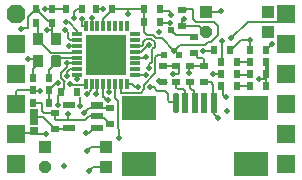
<source format=gbr>
G04 Layer_Physical_Order=1*
G04 Layer_Color=255*
%FSLAX44Y44*%
%MOMM*%
G71*
G01*
G75*
%ADD10R,0.9000X1.0000*%
G04:AMPARAMS|DCode=11|XSize=1mm|YSize=0.9mm|CornerRadius=0.225mm|HoleSize=0mm|Usage=FLASHONLY|Rotation=90.000|XOffset=0mm|YOffset=0mm|HoleType=Round|Shape=RoundedRectangle|*
%AMROUNDEDRECTD11*
21,1,1.0000,0.4500,0,0,90.0*
21,1,0.5500,0.9000,0,0,90.0*
1,1,0.4500,0.2250,0.2750*
1,1,0.4500,0.2250,-0.2750*
1,1,0.4500,-0.2250,-0.2750*
1,1,0.4500,-0.2250,0.2750*
%
%ADD11ROUNDEDRECTD11*%
%ADD12R,0.8000X0.7000*%
%ADD13R,0.8000X1.3500*%
%ADD14R,3.0000X2.0000*%
G04:AMPARAMS|DCode=15|XSize=0.5mm|YSize=1.7mm|CornerRadius=0mm|HoleSize=0mm|Usage=FLASHONLY|Rotation=180.000|XOffset=0mm|YOffset=0mm|HoleType=Round|Shape=Octagon|*
%AMOCTAGOND15*
4,1,8,0.1250,-0.8500,-0.1250,-0.8500,-0.2500,-0.7250,-0.2500,0.7250,-0.1250,0.8500,0.1250,0.8500,0.2500,0.7250,0.2500,-0.7250,0.1250,-0.8500,0.0*
%
%ADD15OCTAGOND15*%

%ADD16R,0.5000X1.7000*%
%ADD17R,1.0000X1.0000*%
G04:AMPARAMS|DCode=18|XSize=1mm|YSize=1mm|CornerRadius=0mm|HoleSize=0mm|Usage=FLASHONLY|Rotation=90.000|XOffset=0mm|YOffset=0mm|HoleType=Round|Shape=Octagon|*
%AMOCTAGOND18*
4,1,8,0.2500,0.5000,-0.2500,0.5000,-0.5000,0.2500,-0.5000,-0.2500,-0.2500,-0.5000,0.2500,-0.5000,0.5000,-0.2500,0.5000,0.2500,0.2500,0.5000,0.0*
%
%ADD18OCTAGOND18*%

%ADD19R,1.0000X0.6000*%
%ADD20R,0.6000X0.8000*%
%ADD21R,3.4000X3.4000*%
G04:AMPARAMS|DCode=22|XSize=0.3mm|YSize=0.9mm|CornerRadius=0.075mm|HoleSize=0mm|Usage=FLASHONLY|Rotation=0.000|XOffset=0mm|YOffset=0mm|HoleType=Round|Shape=RoundedRectangle|*
%AMROUNDEDRECTD22*
21,1,0.3000,0.7500,0,0,0.0*
21,1,0.1500,0.9000,0,0,0.0*
1,1,0.1500,0.0750,-0.3750*
1,1,0.1500,-0.0750,-0.3750*
1,1,0.1500,-0.0750,0.3750*
1,1,0.1500,0.0750,0.3750*
%
%ADD22ROUNDEDRECTD22*%
G04:AMPARAMS|DCode=23|XSize=0.3mm|YSize=0.9mm|CornerRadius=0.075mm|HoleSize=0mm|Usage=FLASHONLY|Rotation=270.000|XOffset=0mm|YOffset=0mm|HoleType=Round|Shape=RoundedRectangle|*
%AMROUNDEDRECTD23*
21,1,0.3000,0.7500,0,0,270.0*
21,1,0.1500,0.9000,0,0,270.0*
1,1,0.1500,-0.3750,-0.0750*
1,1,0.1500,-0.3750,0.0750*
1,1,0.1500,0.3750,0.0750*
1,1,0.1500,0.3750,-0.0750*
%
%ADD23ROUNDEDRECTD23*%
%ADD24R,0.5000X0.5000*%
%ADD25R,0.8000X0.6000*%
%ADD26C,0.2000*%
%ADD27C,0.1500*%
G04:AMPARAMS|DCode=28|XSize=1.5mm|YSize=1.5mm|CornerRadius=0mm|HoleSize=0mm|Usage=FLASHONLY|Rotation=180.000|XOffset=0mm|YOffset=0mm|HoleType=Round|Shape=Octagon|*
%AMOCTAGOND28*
4,1,8,-0.7500,0.3750,-0.7500,-0.3750,-0.3750,-0.7500,0.3750,-0.7500,0.7500,-0.3750,0.7500,0.3750,0.3750,0.7500,-0.3750,0.7500,-0.7500,0.3750,0.0*
%
%ADD28OCTAGOND28*%

%ADD29R,1.5000X1.5000*%
%ADD30C,0.5000*%
%ADD31C,1.2000*%
D10*
X18250Y87750D02*
D03*
Y106250D02*
D03*
X33750D02*
D03*
D11*
Y87750D02*
D03*
D12*
X15000Y28125D02*
D03*
D13*
Y39875D02*
D03*
D14*
X103900Y500D02*
D03*
X198600D02*
D03*
Y48000D02*
D03*
X103900D02*
D03*
D15*
X135250Y52000D02*
D03*
D16*
X143250D02*
D03*
X151250D02*
D03*
X159250D02*
D03*
X167250D02*
D03*
D17*
X213000Y112250D02*
D03*
Y129250D02*
D03*
X161000D02*
D03*
X24250Y15000D02*
D03*
X76250D02*
D03*
Y-2000D02*
D03*
D18*
X161000Y112250D02*
D03*
X24250Y-2000D02*
D03*
D19*
X44750Y50250D02*
D03*
X68750D02*
D03*
Y40750D02*
D03*
Y31250D02*
D03*
X44750D02*
D03*
D20*
X186803Y86499D02*
D03*
X173341D02*
D03*
Y76499D02*
D03*
X186803D02*
D03*
X173391Y66249D02*
D03*
X186853D02*
D03*
X16946Y131650D02*
D03*
X30408D02*
D03*
X81354Y131750D02*
D03*
X67892D02*
D03*
X51858Y61000D02*
D03*
X38396D02*
D03*
X17146Y119500D02*
D03*
X30608D02*
D03*
X14142Y73500D02*
D03*
X27604D02*
D03*
X198396Y96750D02*
D03*
X211858D02*
D03*
X167892D02*
D03*
X181354D02*
D03*
X42646Y131750D02*
D03*
X56108D02*
D03*
X211858Y66250D02*
D03*
X198396D02*
D03*
X121804Y132000D02*
D03*
X108342D02*
D03*
X108392Y120250D02*
D03*
X121854D02*
D03*
X198396Y76500D02*
D03*
X211858D02*
D03*
X211808Y86500D02*
D03*
X198346D02*
D03*
X14096Y62750D02*
D03*
X27558D02*
D03*
X14142Y52250D02*
D03*
X27604D02*
D03*
D21*
X76450Y93000D02*
D03*
D22*
X58950Y117500D02*
D03*
X63950D02*
D03*
X68950D02*
D03*
X73950D02*
D03*
X78950D02*
D03*
X83950D02*
D03*
X88950D02*
D03*
X93950D02*
D03*
Y68500D02*
D03*
X88950D02*
D03*
X83950D02*
D03*
X78950D02*
D03*
X73950D02*
D03*
X68950D02*
D03*
X63950D02*
D03*
X58950D02*
D03*
D23*
X100950Y110500D02*
D03*
Y105500D02*
D03*
Y100500D02*
D03*
Y95500D02*
D03*
Y90500D02*
D03*
Y85500D02*
D03*
Y80500D02*
D03*
Y75500D02*
D03*
X51950D02*
D03*
Y80500D02*
D03*
Y85500D02*
D03*
Y90500D02*
D03*
Y95500D02*
D03*
Y100500D02*
D03*
Y105500D02*
D03*
Y110500D02*
D03*
D24*
X137854Y92578D02*
D03*
X124900D02*
D03*
X131250Y113660D02*
D03*
D25*
X124500Y83104D02*
D03*
Y69642D02*
D03*
X158750D02*
D03*
Y83104D02*
D03*
X79700Y34146D02*
D03*
Y47608D02*
D03*
X33000Y29892D02*
D03*
Y43354D02*
D03*
X140750Y130858D02*
D03*
Y117396D02*
D03*
X147250Y69646D02*
D03*
Y83108D02*
D03*
X150250Y94392D02*
D03*
Y107854D02*
D03*
X135700Y69646D02*
D03*
Y83108D02*
D03*
D26*
X158200Y83104D02*
Y83104D01*
X150250Y94392D02*
X154105Y90537D01*
X157496D01*
X158750Y89283D01*
Y83104D02*
Y89283D01*
X61950Y-5500D02*
X65450Y-2000D01*
X76250D01*
X60125Y11625D02*
X60125D01*
X60000Y11750D02*
X60125Y11625D01*
X60000Y11500D02*
X63500Y15000D01*
X76250D01*
X152500Y120750D02*
X167750D01*
X165250Y103500D02*
X171250Y109500D01*
Y117250D01*
X167750Y120750D02*
X171250Y117250D01*
X6492Y26892D02*
X16108D01*
X0Y20400D02*
X6492Y26892D01*
X4500Y114250D02*
Y114500D01*
X5500Y115500D01*
X9750D01*
X95000Y131750D02*
X108092D01*
X82354D02*
X95000D01*
X74604Y124000D02*
X82354Y131750D01*
X95000Y127250D02*
Y131750D01*
X55450Y117700D02*
Y123500D01*
X63983Y120069D02*
Y123750D01*
X44502Y120756D02*
X51950Y113308D01*
X42502Y120756D02*
X44502D01*
X51950Y110500D02*
Y113308D01*
X108342Y112086D02*
Y130000D01*
X107342Y131000D02*
X108342Y130000D01*
X81354Y131750D02*
X82354D01*
X108092D02*
X108342Y132000D01*
X133950Y96182D02*
Y96182D01*
X133816Y96316D02*
X133950Y96182D01*
X38396Y61000D02*
X41000Y63604D01*
Y69750D01*
X35500Y50500D02*
Y58104D01*
X38396Y61000D01*
X56750Y68179D02*
Y68500D01*
X56075Y67503D02*
X57954D01*
X45935Y67814D02*
X46246Y67503D01*
X46554D02*
X56075D01*
X46246D02*
X46554D01*
X57954D02*
X58950Y68500D01*
X46089Y67968D02*
X46554Y67503D01*
X23038Y39854D02*
X33000Y29892D01*
X22196Y39854D02*
X23038D01*
X22175Y39875D02*
X22196Y39854D01*
X15000Y39875D02*
X22175D01*
X43892Y29892D02*
X44250Y30250D01*
X33000Y29892D02*
X43892D01*
X22104Y47750D02*
Y50896D01*
X22000Y45000D02*
X23646Y43354D01*
X22000Y45000D02*
Y47750D01*
X23646Y43354D02*
X33000D01*
X44250Y37397D02*
X44397Y37250D01*
X44250D02*
X44397D01*
X33000Y38250D02*
Y43354D01*
X34000Y37250D02*
X44250D01*
X33000Y38250D02*
X34000Y37250D01*
X68700Y39000D02*
X74846D01*
X61821Y40750D02*
X68500D01*
Y40750D02*
X68750D01*
X44397Y37250D02*
X58321D01*
X61821Y40750D01*
X44250Y37397D02*
Y43000D01*
X51753Y72503D02*
Y75288D01*
X51750Y75290D02*
X51753Y75288D01*
X51750Y75290D02*
X51753Y75293D01*
X51750Y75295D02*
X51753Y75293D01*
X27558Y62750D02*
X33811Y69003D01*
X38250Y73076D02*
Y77815D01*
Y73076D02*
X40252Y71074D01*
Y70677D02*
Y71074D01*
Y70677D02*
X41090Y69840D01*
X33811Y69003D02*
X35252D01*
X16108Y26892D02*
X17000Y26000D01*
X15000Y28000D02*
X16108Y26892D01*
X17000Y26000D02*
X25000D01*
X86200Y30500D02*
Y53786D01*
X86250Y30500D02*
X87500Y29250D01*
Y22500D02*
Y29250D01*
X161000Y111250D02*
X161500D01*
X155000Y117250D02*
X161000Y111250D01*
X140750Y117396D02*
Y122000D01*
Y116500D02*
Y117396D01*
X140896Y117250D02*
X155000D01*
X140750Y117396D02*
X140896Y117250D01*
X198146Y105587D02*
Y105646D01*
Y96250D02*
Y105587D01*
Y105646D02*
X198250Y105750D01*
X181000Y96000D02*
Y96250D01*
X216750Y102255D02*
X217011D01*
X211608Y97108D02*
X216750Y102250D01*
X211608Y96250D02*
Y97108D01*
X18842Y85842D02*
Y86658D01*
X16500Y89000D02*
X18842Y86658D01*
Y85842D02*
X19250Y86250D01*
X14142Y81142D02*
X18842Y85842D01*
X14142Y73500D02*
Y81142D01*
X51750Y75300D02*
X51753Y75298D01*
X51750Y75295D02*
X51753Y75298D01*
X211750Y76500D02*
Y86442D01*
X212950Y76550D02*
Y86500D01*
X211858Y66250D02*
Y76500D01*
Y65608D02*
Y66250D01*
X211500Y65250D02*
X211858Y65608D01*
X205750Y72000D02*
X211500D01*
X211750Y86442D02*
X211808Y86500D01*
X197251Y66249D02*
X197500Y66000D01*
X186853Y66249D02*
X197251D01*
X69717Y131500D02*
X73750D01*
X69460Y131757D02*
X69717Y131500D01*
X14142Y52250D02*
X20750D01*
X22104Y50896D01*
X146250Y77250D02*
Y85044D01*
X146257Y85051D01*
X27179Y121500D02*
X30808D01*
X19250Y129429D02*
X27179Y121500D01*
X19250Y129429D02*
Y130500D01*
X17523Y132227D02*
X19250Y130500D01*
X132507Y76754D02*
X137246D01*
X120972Y70753D02*
X121006D01*
X149750Y123500D02*
Y131000D01*
X148750Y132000D02*
X149750Y131000D01*
X140750Y132000D02*
X148750D01*
X119861Y69642D02*
X120972Y70753D01*
X119861Y69642D02*
X127450D01*
X148200Y83108D02*
X158196D01*
X146257Y85051D02*
X148200Y83108D01*
X127454D02*
X137700D01*
X63503Y118055D02*
X64004Y117554D01*
X133816Y96316D02*
X138750Y101250D01*
X48750Y123750D02*
Y128750D01*
X83950Y56036D02*
Y68500D01*
Y56036D02*
X86200Y53786D01*
X54500Y50000D02*
Y57500D01*
X53753Y49252D02*
X54500Y50000D01*
X78754Y61503D02*
Y68304D01*
X74846Y39000D02*
X79700Y34146D01*
X138750Y101250D02*
X160164D01*
X16386Y131650D02*
X16666Y131370D01*
X16946Y131650D02*
Y132200D01*
X15804Y131650D02*
X16386D01*
X48750Y128750D02*
X51750Y131750D01*
X57250D01*
X69453D02*
X69460Y131757D01*
X73950Y123346D02*
X74604Y124000D01*
X74500D02*
X74604D01*
X69000Y132203D02*
X69453Y131750D01*
X140750Y116000D02*
Y116500D01*
Y122000D02*
X142250Y123500D01*
X141769Y130982D02*
X143892D01*
X133816Y96316D02*
X133816D01*
X123382Y106750D02*
X133816Y96316D01*
X78754Y68304D02*
X78950Y68500D01*
X115924Y109505D02*
X118679Y106750D01*
X110923Y109505D02*
X115924D01*
X108342Y112086D02*
X110923Y109505D01*
X118679Y106750D02*
X123382D01*
X173500Y129500D02*
X173750Y129750D01*
X158950Y129500D02*
X173500D01*
X60000Y11500D02*
Y11750D01*
X27558Y52504D02*
Y62750D01*
X158196Y83108D02*
X158200Y83104D01*
X51750Y75300D02*
X51950Y75500D01*
X30622Y108878D02*
Y114000D01*
X25950Y114250D02*
X26200Y114000D01*
X30622D01*
Y108878D02*
X34200Y105300D01*
X186804Y86500D02*
X186804Y86500D01*
X198346D01*
X186804Y75500D02*
X198450D01*
X88950Y117500D02*
X88950Y117500D01*
X43200Y85500D02*
X51950D01*
X30622Y114000D02*
Y121500D01*
X43200Y82765D02*
Y85500D01*
X63950Y117500D02*
X64004Y117554D01*
X127450Y83104D02*
X127454Y83108D01*
X137246Y76754D02*
X137700Y77207D01*
Y83108D01*
X55650Y117500D02*
X58950D01*
X55450Y117700D02*
X55650Y117500D01*
X73950D02*
Y123346D01*
X158200Y69642D02*
X164796D01*
X166950Y67488D01*
X38250Y77815D02*
X43200Y82765D01*
X168000Y42370D02*
X170812Y39558D01*
X168000Y42370D02*
Y54250D01*
X166950D02*
Y67488D01*
X10000Y89000D02*
X16500D01*
X160164Y101250D02*
X162414Y103500D01*
X181000Y96250D02*
X190337Y105587D01*
X198146D01*
X149750Y123500D02*
X152500Y120750D01*
X10500Y125204D02*
X17523Y132227D01*
X9750Y115500D02*
X10500Y116250D01*
Y125204D01*
X162414Y103500D02*
X165250D01*
D27*
X118000Y90750D02*
X119828Y92578D01*
X124900D01*
X118000Y77083D02*
Y90750D01*
X108195Y67278D02*
X118000Y77083D01*
X150788Y53462D02*
Y62000D01*
X149538Y63250D02*
X150788Y62000D01*
X149000Y63250D02*
X149538D01*
X136750Y64000D02*
X141750D01*
X135700Y65050D02*
Y69646D01*
X143250Y52000D02*
Y62500D01*
X141750Y64000D02*
X143250Y62500D01*
X135700Y65050D02*
X136750Y64000D01*
X147250Y65000D02*
X149000Y63250D01*
X147250Y65000D02*
Y69646D01*
X1000Y62750D02*
X14096D01*
X0Y50800D02*
Y61750D01*
X1000Y62750D01*
X196000Y121000D02*
X222600D01*
X228600Y127000D01*
X41700Y114250D02*
X44200Y111750D01*
Y106750D02*
Y111750D01*
X24400Y131650D02*
X30408D01*
X42546D01*
X42646Y131750D01*
X66500Y31250D02*
X68750D01*
X62000Y26750D02*
X66500Y31250D01*
X59000Y26750D02*
X62000D01*
X43450Y74947D02*
Y78018D01*
X43250Y78218D02*
X43450Y78018D01*
X63725Y68275D02*
X63950Y68500D01*
X61000Y60000D02*
X63750Y62750D01*
Y68250D01*
X59858Y60000D02*
X61000D01*
X74254Y56753D02*
X76003Y55003D01*
X77754D01*
X32304Y84304D02*
Y84904D01*
X34200Y86800D02*
X37900Y90500D01*
X32304Y84304D02*
X34750Y86750D01*
X27604Y79604D02*
X32304Y84304D01*
X27604Y73500D02*
Y79604D01*
X129500Y130000D02*
X131506Y127994D01*
Y126756D02*
Y127994D01*
X108195Y63570D02*
Y67278D01*
X105413Y60788D02*
X108195Y63570D01*
X88962Y60788D02*
X105413D01*
X112892Y81500D02*
Y84892D01*
X109250Y90500D02*
X109750Y91000D01*
X116565Y65253D02*
X119568Y62250D01*
X113256Y65253D02*
X116565D01*
X126260Y62250D02*
X128593Y59917D01*
X119568Y62250D02*
X126260D01*
X100950Y75500D02*
X109700D01*
X100712Y65538D02*
X103445D01*
X97750Y68500D02*
X100712Y65538D01*
X88950Y60800D02*
X88962Y60788D01*
X121804Y120500D02*
X123250D01*
X68950Y60003D02*
Y68500D01*
X166250Y96250D02*
X166500Y96000D01*
X166750Y76500D02*
X172342D01*
X61608Y47608D02*
X79700D01*
X121804Y130000D02*
X129500D01*
X74003Y57003D02*
X74254Y56753D01*
X88950Y60800D02*
Y68500D01*
X74254Y56753D02*
X74256Y56750D01*
X74003Y57003D02*
Y64721D01*
X73879Y64846D02*
X74003Y64721D01*
X73879Y64846D02*
Y68429D01*
X123340Y120160D02*
X130148D01*
X123250Y120250D02*
X123340Y120160D01*
X158500Y96250D02*
X166250D01*
X24250Y131500D02*
X24400Y131650D01*
X44502Y100255D02*
X44747Y100500D01*
X29250Y94750D02*
X51200D01*
X18700Y105300D02*
X29250Y94750D01*
X51200D02*
X51950Y95500D01*
X44747Y100500D02*
X51950D01*
X132450Y112160D02*
X134180Y110430D01*
X134250Y110500D02*
X135500Y109250D01*
X150250D01*
X172342Y76500D02*
X172500Y76342D01*
X73879Y68429D02*
X73950Y68500D01*
X117312Y99844D02*
Y103521D01*
X110288Y106255D02*
X114578D01*
X117312Y103521D01*
X100950Y100500D02*
X106572D01*
X107506Y101434D01*
Y103473D01*
X110288Y106255D01*
X115000Y97532D02*
X117312Y99844D01*
X112113Y101505D02*
X112255D01*
X106108Y95500D02*
X112113Y101505D01*
X115000Y87000D02*
Y97532D01*
X112892Y84892D02*
X115000Y87000D01*
X100950Y90500D02*
X109250D01*
X100950Y95500D02*
X106108D01*
X37900Y90500D02*
X51950D01*
X14096Y62750D02*
X14343Y62503D01*
X20501D01*
X93950Y68500D02*
X93950Y68500D01*
X45450Y105500D02*
X51950D01*
X44200Y106750D02*
X45450Y105500D01*
X17346Y121500D02*
X18700Y120146D01*
Y105300D02*
Y120146D01*
X32304Y84904D02*
X34200Y86800D01*
X43250Y78218D02*
X45532Y80500D01*
X51950D01*
X78593Y46501D02*
X79700Y47608D01*
X172500Y75500D02*
Y76342D01*
X150788Y53462D02*
X151000Y53250D01*
X134950Y53300D02*
X135000Y53250D01*
X129835D02*
X135000D01*
X173342Y86500D02*
X174573Y87731D01*
X93950Y68500D02*
X97750D01*
X57753Y43752D02*
X61608Y47608D01*
X128593Y54493D02*
Y59917D01*
Y54493D02*
X129835Y53250D01*
X175342Y58908D02*
Y66500D01*
Y58908D02*
X177500Y56750D01*
X120750Y111750D02*
X120910Y111910D01*
X182000Y107000D02*
X196000Y121000D01*
X174250Y88054D02*
Y104750D01*
Y88054D02*
X174573Y87731D01*
D28*
X0Y127000D02*
D03*
D29*
Y101600D02*
D03*
Y76200D02*
D03*
Y50800D02*
D03*
Y25400D02*
D03*
Y0D02*
D03*
X228600D02*
D03*
Y25400D02*
D03*
Y50800D02*
D03*
Y76200D02*
D03*
Y101600D02*
D03*
Y127000D02*
D03*
D30*
X4500Y114500D02*
D03*
X95000Y127250D02*
D03*
X55450Y123500D02*
D03*
X63983Y123750D02*
D03*
X41700Y114250D02*
D03*
X48752Y123756D02*
D03*
X42502Y120756D02*
D03*
X133950Y96182D02*
D03*
X44250Y43000D02*
D03*
X51753Y72503D02*
D03*
X46089Y67968D02*
D03*
X43450Y74947D02*
D03*
X35252Y69003D02*
D03*
X77754Y55003D02*
D03*
X59858Y60000D02*
D03*
X87500Y22500D02*
D03*
X25000Y26000D02*
D03*
X217011Y102255D02*
D03*
X35500Y50500D02*
D03*
X205750Y72000D02*
D03*
X73750Y131500D02*
D03*
X146250Y77250D02*
D03*
X131506Y126756D02*
D03*
X132507Y76754D02*
D03*
X121006Y70753D02*
D03*
X112892Y81500D02*
D03*
X109750Y91000D02*
D03*
X113256Y65253D02*
D03*
X109700Y75500D02*
D03*
X103445Y65538D02*
D03*
X68003Y60003D02*
D03*
X53753Y49252D02*
D03*
X78754Y61503D02*
D03*
X130148Y120160D02*
D03*
X158500Y96250D02*
D03*
X24250Y131500D02*
D03*
X44502Y100255D02*
D03*
X142250Y123500D02*
D03*
X166750Y76500D02*
D03*
X112255Y101505D02*
D03*
X179000Y45250D02*
D03*
X41000Y-1500D02*
D03*
X173750Y129750D02*
D03*
X177500Y56750D02*
D03*
X60000Y11500D02*
D03*
X20501Y62503D02*
D03*
X83754Y86504D02*
D03*
X43200Y85500D02*
D03*
X26200Y114000D02*
D03*
X61950Y-5500D02*
D03*
X66200Y85500D02*
D03*
X85200Y103500D02*
D03*
X66200Y103750D02*
D03*
X198250Y105587D02*
D03*
X59000Y26750D02*
D03*
X57753Y43752D02*
D03*
X170812Y39558D02*
D03*
X120750Y111750D02*
D03*
X10000Y89000D02*
D03*
X182000Y107000D02*
D03*
X174250Y104750D02*
D03*
D31*
X207000Y49500D02*
D03*
X95250Y50750D02*
D03*
X206796Y-1378D02*
D03*
X96699Y-1930D02*
D03*
M02*

</source>
